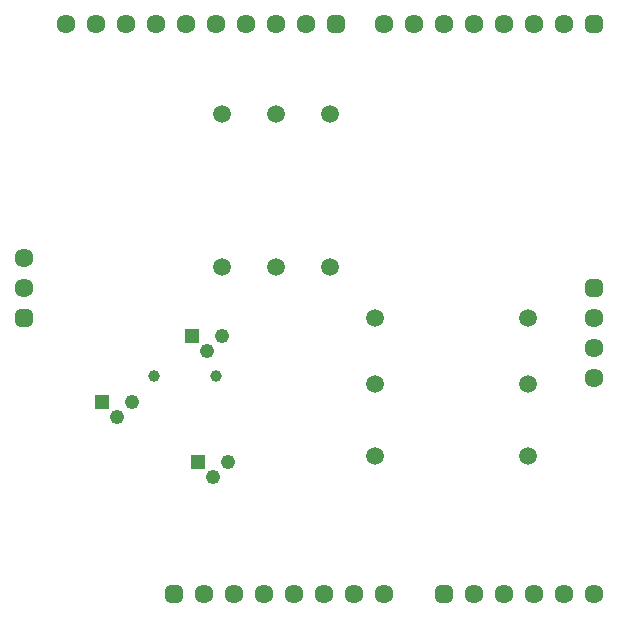
<source format=gbr>
G04 Generated by Ultiboard 14.1 *
%FSLAX34Y34*%
%MOMM*%

%ADD10C,0.0001*%
%ADD11C,1.6088*%
%ADD12R,0.5291X0.5291*%
%ADD13C,0.9949*%
%ADD14C,1.2446*%
%ADD15R,1.2446X1.2446*%
%ADD16C,1.5000*%
%ADD17C,1.0000*%


G04 ColorRGB 9900CC for the following layer *
%LNSolder Mask Bottom*%
%LPD*%
G54D10*
G54D11*
X457200Y25400D03*
X330200Y25400D03*
X304800Y25400D03*
X355600Y25400D03*
X406400Y25400D03*
X381000Y25400D03*
X431800Y25400D03*
X533400Y25400D03*
X558800Y25400D03*
X609600Y25400D03*
X584200Y25400D03*
X635000Y25400D03*
X340360Y508000D03*
X365760Y508000D03*
X391160Y508000D03*
X289560Y508000D03*
X314960Y508000D03*
X264160Y508000D03*
X213360Y508000D03*
X238760Y508000D03*
X187960Y508000D03*
X635000Y233680D03*
X635000Y259080D03*
X635000Y208280D03*
X457200Y508000D03*
X584200Y508000D03*
X609600Y508000D03*
X558800Y508000D03*
X508000Y508000D03*
X533400Y508000D03*
X482600Y508000D03*
X152400Y284480D03*
X152400Y309880D03*
G54D12*
X279400Y25400D03*
X508000Y25400D03*
X416560Y508000D03*
X635000Y284480D03*
X635000Y508000D03*
X152400Y259080D03*
G54D13*
X276755Y22755D02*
X282045Y22755D01*
X282045Y28045D01*
X276755Y28045D01*
X276755Y22755D01*D02*
X505355Y22755D02*
X510645Y22755D01*
X510645Y28045D01*
X505355Y28045D01*
X505355Y22755D01*D02*
X413915Y505355D02*
X419205Y505355D01*
X419205Y510645D01*
X413915Y510645D01*
X413915Y505355D01*D02*
X632355Y281835D02*
X637645Y281835D01*
X637645Y287125D01*
X632355Y287125D01*
X632355Y281835D01*D02*
X632355Y505355D02*
X637645Y505355D01*
X637645Y510645D01*
X632355Y510645D01*
X632355Y505355D01*D02*
X149755Y256435D02*
X155045Y256435D01*
X155045Y261725D01*
X149755Y261725D01*
X149755Y256435D01*D02*
G54D14*
X325120Y137160D03*
X312420Y124460D03*
X243840Y187960D03*
X231140Y175260D03*
X320040Y243840D03*
X307340Y231140D03*
G54D15*
X299720Y137160D03*
X218440Y187960D03*
X294640Y243840D03*
G54D16*
X411480Y301800D03*
X411480Y431800D03*
X365760Y301800D03*
X365760Y431800D03*
X320040Y301800D03*
X320040Y431800D03*
X449120Y203200D03*
X579120Y203200D03*
X449120Y259080D03*
X579120Y259080D03*
X449120Y142240D03*
X579120Y142240D03*
G54D17*
X262500Y210000D03*
X315000Y210000D03*

M02*

</source>
